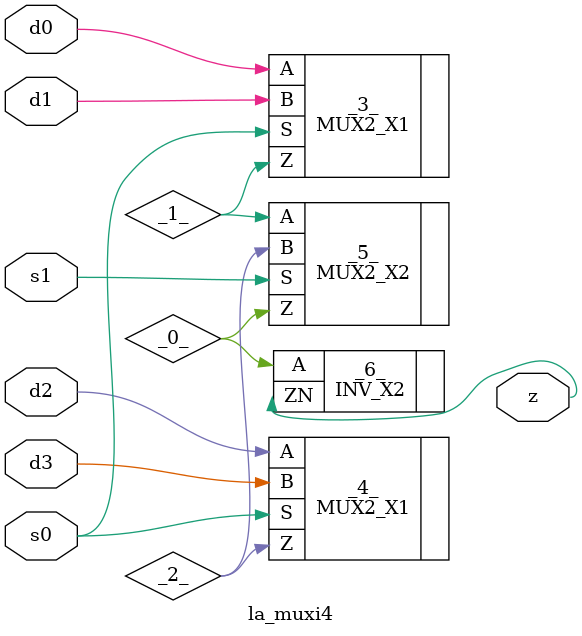
<source format=v>

/* Generated by Yosys 0.44 (git sha1 80ba43d26, g++ 11.4.0-1ubuntu1~22.04 -fPIC -O3) */

(* top =  1  *)
(* src = "generated" *)
module la_muxi4 (
    d0,
    d1,
    d2,
    d3,
    s0,
    s1,
    z
);
  wire _0_;
  wire _1_;
  wire _2_;
  (* src = "generated" *)
  input d0;
  wire d0;
  (* src = "generated" *)
  input d1;
  wire d1;
  (* src = "generated" *)
  input d2;
  wire d2;
  (* src = "generated" *)
  input d3;
  wire d3;
  (* src = "generated" *)
  input s0;
  wire s0;
  (* src = "generated" *)
  input s1;
  wire s1;
  (* src = "generated" *)
  output z;
  wire z;
  MUX2_X1 _3_ (
      .A(d0),
      .B(d1),
      .S(s0),
      .Z(_1_)
  );
  MUX2_X1 _4_ (
      .A(d2),
      .B(d3),
      .S(s0),
      .Z(_2_)
  );
  MUX2_X2 _5_ (
      .A(_1_),
      .B(_2_),
      .S(s1),
      .Z(_0_)
  );
  INV_X2 _6_ (
      .A (_0_),
      .ZN(z)
  );
endmodule

</source>
